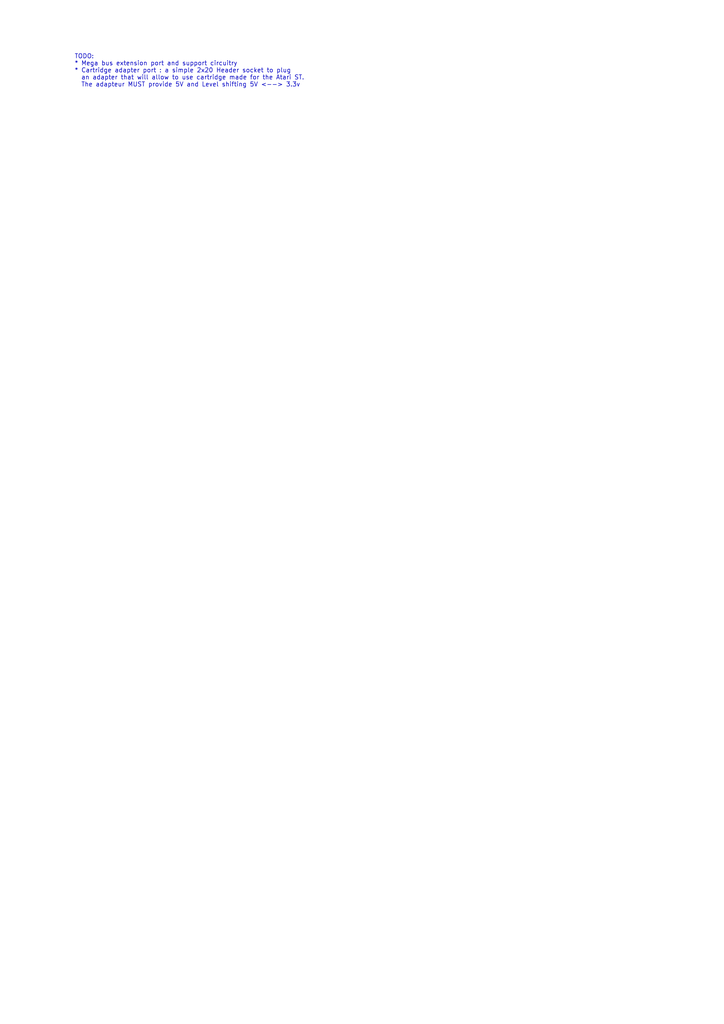
<source format=kicad_sch>
(kicad_sch (version 20230121) (generator eeschema)
  (paper "A4" portrait)
  (title_block (title "Ximera XMR1020 mainboard") (date "2025-07-22") (rev "Mk-0 draft") (company "Sporniket") (comment 3 "https://github.com/sporniket/ximera-xmr1020-mainboard-by-sporniket.git") (comment 4 "Original repository :"))
  (lib_symbols)
  (text "TODO:\n* Mega bus extension port and support circuitry\n* Cartridge adapter port : a simple 2x20 Header socket to plug\n  an adapter that will allow to use cartridge made for the Atari ST.\n  The adapteur MUST provide 5V and Level shifting 5V <--> 3.3v" (at 21.59 25.4 0) (effects (font (size 1.27 1.27)) (justify left bottom)))
)
</source>
